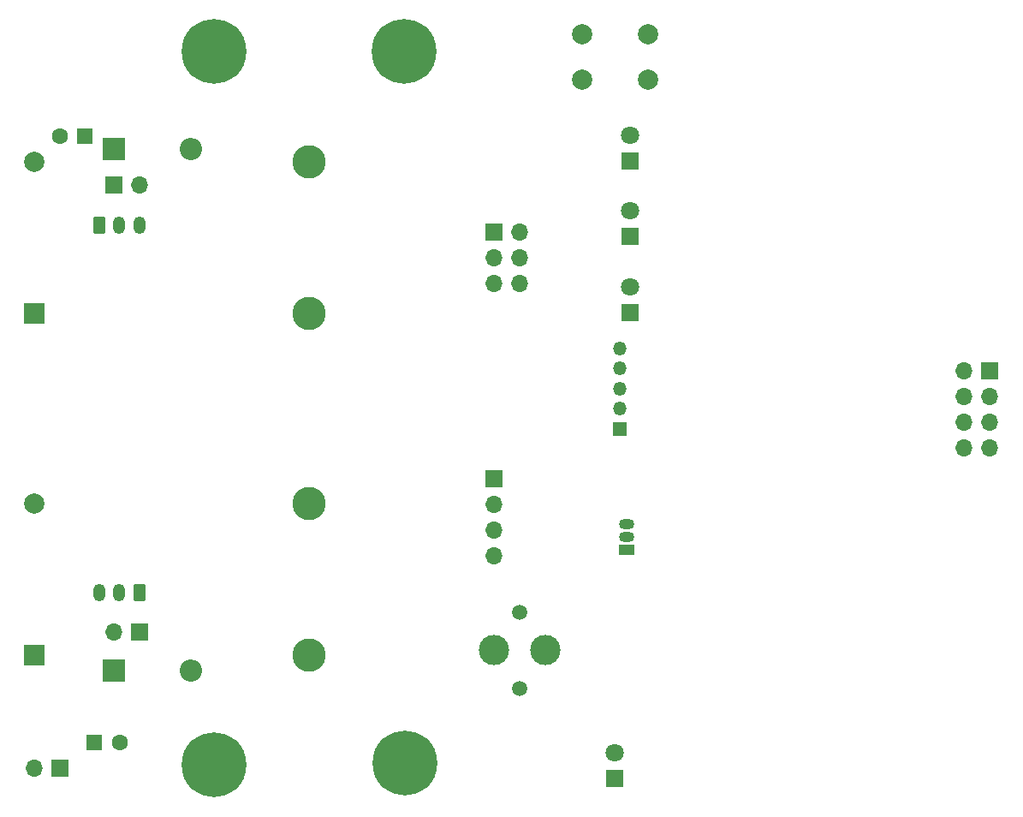
<source format=gbr>
%TF.GenerationSoftware,KiCad,Pcbnew,7.0.2-0*%
%TF.CreationDate,2023-09-22T13:09:17+12:00*%
%TF.ProjectId,MainBoard,4d61696e-426f-4617-9264-2e6b69636164,rev?*%
%TF.SameCoordinates,PX48ab840PY7b0df40*%
%TF.FileFunction,Soldermask,Bot*%
%TF.FilePolarity,Negative*%
%FSLAX46Y46*%
G04 Gerber Fmt 4.6, Leading zero omitted, Abs format (unit mm)*
G04 Created by KiCad (PCBNEW 7.0.2-0) date 2023-09-22 13:09:17*
%MOMM*%
%LPD*%
G01*
G04 APERTURE LIST*
G04 Aperture macros list*
%AMRoundRect*
0 Rectangle with rounded corners*
0 $1 Rounding radius*
0 $2 $3 $4 $5 $6 $7 $8 $9 X,Y pos of 4 corners*
0 Add a 4 corners polygon primitive as box body*
4,1,4,$2,$3,$4,$5,$6,$7,$8,$9,$2,$3,0*
0 Add four circle primitives for the rounded corners*
1,1,$1+$1,$2,$3*
1,1,$1+$1,$4,$5*
1,1,$1+$1,$6,$7*
1,1,$1+$1,$8,$9*
0 Add four rect primitives between the rounded corners*
20,1,$1+$1,$2,$3,$4,$5,0*
20,1,$1+$1,$4,$5,$6,$7,0*
20,1,$1+$1,$6,$7,$8,$9,0*
20,1,$1+$1,$8,$9,$2,$3,0*%
G04 Aperture macros list end*
%ADD10R,1.800000X1.800000*%
%ADD11C,1.800000*%
%ADD12C,1.500000*%
%ADD13C,3.000000*%
%ADD14R,1.350000X1.350000*%
%ADD15O,1.350000X1.350000*%
%ADD16C,0.800000*%
%ADD17C,6.400000*%
%ADD18C,2.000000*%
%ADD19R,1.700000X1.700000*%
%ADD20O,1.700000X1.700000*%
%ADD21R,2.200000X2.200000*%
%ADD22O,2.200000X2.200000*%
%ADD23R,1.500000X1.050000*%
%ADD24O,1.500000X1.050000*%
%ADD25R,1.600000X1.600000*%
%ADD26C,1.600000*%
%ADD27RoundRect,0.250000X0.350000X0.625000X-0.350000X0.625000X-0.350000X-0.625000X0.350000X-0.625000X0*%
%ADD28O,1.200000X1.750000*%
%ADD29RoundRect,0.250000X-0.350000X-0.625000X0.350000X-0.625000X0.350000X0.625000X-0.350000X0.625000X0*%
%ADD30C,3.300000*%
%ADD31R,2.000000X2.000000*%
G04 APERTURE END LIST*
D10*
%TO.C,D2*%
X61722000Y48629000D03*
D11*
X61722000Y51169000D03*
%TD*%
D12*
%TO.C,BZ1*%
X50800000Y18990000D03*
X50800000Y11490000D03*
D13*
X48260000Y15240000D03*
X53340000Y15240000D03*
%TD*%
D14*
%TO.C,J9*%
X60706000Y37116000D03*
D15*
X60706000Y39116000D03*
X60706000Y41116000D03*
X60706000Y43116000D03*
X60706000Y45116000D03*
%TD*%
D16*
%TO.C,H4*%
X37050944Y4064000D03*
X37753888Y5761056D03*
X37753888Y2366944D03*
X39450944Y6464000D03*
D17*
X39450944Y4064000D03*
D16*
X39450944Y1664000D03*
X41148000Y5761056D03*
X41148000Y2366944D03*
X41850944Y4064000D03*
%TD*%
D10*
%TO.C,D3*%
X61722000Y56129000D03*
D11*
X61722000Y58669000D03*
%TD*%
D18*
%TO.C,SW1*%
X56948000Y76164000D03*
X63448000Y76164000D03*
X56948000Y71664000D03*
X63448000Y71664000D03*
%TD*%
D19*
%TO.C,J2*%
X48255000Y56627000D03*
D20*
X50795000Y56627000D03*
X48255000Y54087000D03*
X50795000Y54087000D03*
X48255000Y51547000D03*
X50795000Y51547000D03*
%TD*%
D10*
%TO.C,D1*%
X60198000Y2535000D03*
D11*
X60198000Y5075000D03*
%TD*%
D16*
%TO.C,H2*%
X36970000Y74422000D03*
X37672944Y76119056D03*
X37672944Y72724944D03*
X39370000Y76822000D03*
D17*
X39370000Y74422000D03*
D16*
X39370000Y72022000D03*
X41067056Y76119056D03*
X41067056Y72724944D03*
X41770000Y74422000D03*
%TD*%
%TO.C,H3*%
X18174000Y3890944D03*
X18876944Y5588000D03*
X18876944Y2193888D03*
X20574000Y6290944D03*
D17*
X20574000Y3890944D03*
D16*
X20574000Y1490944D03*
X22271056Y5588000D03*
X22271056Y2193888D03*
X22974000Y3890944D03*
%TD*%
D19*
%TO.C,J1*%
X5339000Y3556000D03*
D20*
X2799000Y3556000D03*
%TD*%
D21*
%TO.C,D5*%
X10668000Y64770000D03*
D22*
X18288000Y64770000D03*
%TD*%
D23*
%TO.C,U1*%
X61320000Y25146000D03*
D24*
X61320000Y26416000D03*
X61320000Y27686000D03*
%TD*%
D10*
%TO.C,D4*%
X61722000Y63629000D03*
D11*
X61722000Y66169000D03*
%TD*%
D19*
%TO.C,J8*%
X13213000Y17018000D03*
D20*
X10673000Y17018000D03*
%TD*%
D19*
%TO.C,J3*%
X48260000Y32248000D03*
D20*
X48260000Y29708000D03*
X48260000Y27168000D03*
X48260000Y24628000D03*
%TD*%
D25*
%TO.C,C9*%
X8700888Y6096000D03*
D26*
X11200888Y6096000D03*
%TD*%
D21*
%TO.C,D6*%
X10668000Y13208000D03*
D22*
X18288000Y13208000D03*
%TD*%
D27*
%TO.C,J5*%
X13176000Y20918000D03*
D28*
X11176000Y20918000D03*
X9176000Y20918000D03*
%TD*%
D29*
%TO.C,J6*%
X9176000Y57314000D03*
D28*
X11176000Y57314000D03*
X13176000Y57314000D03*
%TD*%
D25*
%TO.C,C10*%
X7809112Y66040000D03*
D26*
X5309112Y66040000D03*
%TD*%
D19*
%TO.C,J7*%
X10663000Y61214000D03*
D20*
X13203000Y61214000D03*
%TD*%
D16*
%TO.C,H1*%
X18174000Y74422000D03*
X18876944Y76119056D03*
X18876944Y72724944D03*
X20574000Y76822000D03*
D17*
X20574000Y74422000D03*
D16*
X20574000Y72022000D03*
X22271056Y76119056D03*
X22271056Y72724944D03*
X22974000Y74422000D03*
%TD*%
D30*
%TO.C,BT1*%
X29959000Y29718000D03*
X29959000Y14728000D03*
D31*
X2794000Y14728000D03*
D18*
X2794000Y29718000D03*
%TD*%
D30*
%TO.C,BT2*%
X29959000Y63504000D03*
X29959000Y48514000D03*
D31*
X2794000Y48514000D03*
D18*
X2794000Y63504000D03*
%TD*%
D19*
%TO.C,J4*%
X97287000Y42916000D03*
D20*
X94747000Y42916000D03*
X97287000Y40376000D03*
X94747000Y40376000D03*
X97287000Y37836000D03*
X94747000Y37836000D03*
X97287000Y35296000D03*
X94747000Y35296000D03*
%TD*%
M02*

</source>
